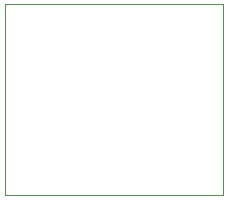
<source format=gko>
G75*
%MOIN*%
%OFA0B0*%
%FSLAX24Y24*%
%IPPOS*%
%LPD*%
%AMOC8*
5,1,8,0,0,1.08239X$1,22.5*
%
%ADD10C,0.0000*%
D10*
X004534Y003643D02*
X004534Y010013D01*
X011776Y010013D01*
X011776Y003643D01*
X004534Y003643D01*
M02*

</source>
